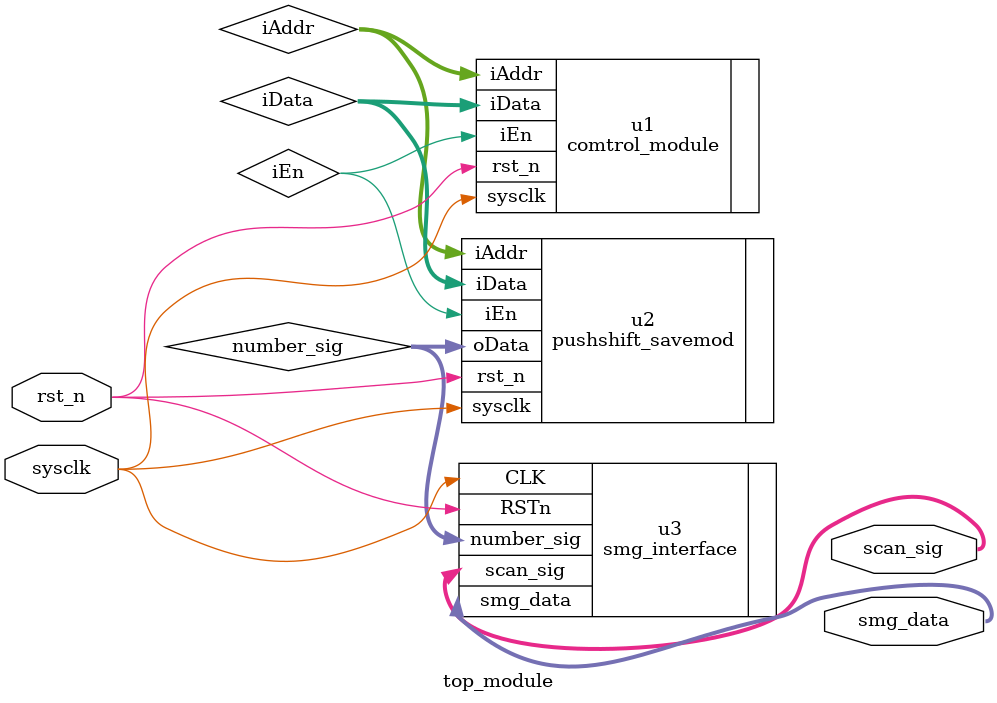
<source format=v>
`timescale 1ns / 1ps
module top_module(
    input sysclk,
    input rst_n,
    output [7:0]smg_data,
    output [5:0]scan_sig
    );

    wire iEn;
    wire [3:0]iAddr;
    wire [3:0]iData;
    wire [23:0]number_sig;
    
    comtrol_module u1(
        .sysclk(sysclk),
        .rst_n(rst_n),
        .iEn(iEn),              //output to u2
        .iAddr(iAddr),          //output to u2
        .iData(iData)           //output to u2
    );
    
    pushshift_savemod u2(
        .sysclk(sysclk),
        .rst_n(rst_n),
        .iEn(iEn),
        .iAddr(iAddr),
        .iData(iData),
        .oData(number_sig)          //output to u3
    );
    
    smg_interface u3(
        .CLK(sysclk),
        .RSTn(rst_n),
        .number_sig(number_sig),    //input from u2
        .smg_data(smg_data),
        .scan_sig(scan_sig)
    );


endmodule

</source>
